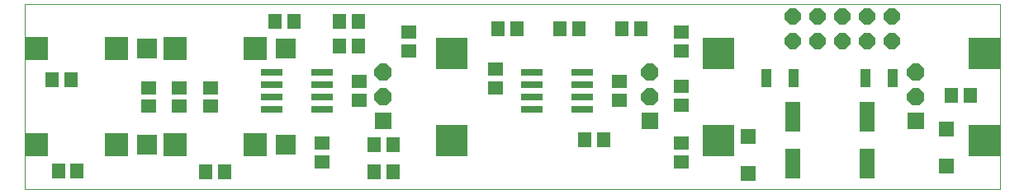
<source format=gts>
G75*
%MOIN*%
%OFA0B0*%
%FSLAX24Y24*%
%IPPOS*%
%LPD*%
%AMOC8*
5,1,8,0,0,1.08239X$1,22.5*
%
%ADD10C,0.0000*%
%ADD11R,0.0631X0.0552*%
%ADD12R,0.0552X0.0631*%
%ADD13R,0.0700X0.0700*%
%ADD14OC8,0.0700*%
%ADD15R,0.1267X0.1267*%
%ADD16R,0.0955X0.0955*%
%ADD17R,0.0837X0.0837*%
%ADD18OC8,0.0640*%
%ADD19R,0.0591X0.1221*%
%ADD20R,0.0906X0.0276*%
%ADD21R,0.0434X0.0749*%
%ADD22R,0.0591X0.0591*%
D10*
X001160Y002930D02*
X001160Y010430D01*
X040530Y010430D01*
X040530Y002930D01*
X001160Y002930D01*
D11*
X006160Y006306D03*
X007410Y006306D03*
X008660Y006306D03*
X008660Y007054D03*
X007410Y007054D03*
X006160Y007054D03*
X013160Y004804D03*
X013160Y004056D03*
X014660Y006556D03*
X014660Y007304D03*
X016660Y008556D03*
X016660Y009304D03*
X020160Y007804D03*
X020160Y007056D03*
X025160Y007304D03*
X027660Y007104D03*
X025160Y006556D03*
X027660Y006356D03*
X027660Y004804D03*
X027660Y004056D03*
X027660Y008556D03*
X027660Y009304D03*
D12*
X026034Y009430D03*
X025286Y009430D03*
X023534Y009430D03*
X022786Y009430D03*
X021034Y009430D03*
X020286Y009430D03*
X014634Y009730D03*
X013886Y009730D03*
X012034Y009730D03*
X011286Y009730D03*
X013886Y008730D03*
X014634Y008730D03*
X003034Y007380D03*
X002286Y007380D03*
X002536Y003680D03*
X003284Y003680D03*
X008486Y003630D03*
X009234Y003630D03*
X015286Y003630D03*
X016034Y003630D03*
X016034Y004730D03*
X015286Y004730D03*
X023786Y004930D03*
X024534Y004930D03*
X038586Y006730D03*
X039334Y006730D03*
D13*
X037154Y005696D03*
X026404Y005696D03*
X015654Y005696D03*
D14*
X015654Y006680D03*
X015654Y007664D03*
X026404Y007664D03*
X026404Y006680D03*
X037154Y006680D03*
X037154Y007664D03*
D15*
X039910Y008452D03*
X029160Y008452D03*
X018410Y008452D03*
X018410Y004908D03*
X029160Y004908D03*
X039910Y004908D03*
D16*
X010491Y004730D03*
X007254Y004730D03*
X004891Y004730D03*
X001654Y004730D03*
X001654Y008630D03*
X004891Y008630D03*
X007254Y008630D03*
X010491Y008630D03*
D17*
X011711Y008630D03*
X006111Y008630D03*
X006111Y004730D03*
X011711Y004730D03*
D18*
X032160Y008930D03*
X033160Y008930D03*
X034160Y008930D03*
X035160Y008930D03*
X036160Y008930D03*
X036160Y009930D03*
X035160Y009930D03*
X034160Y009930D03*
X033160Y009930D03*
X032160Y009930D03*
D19*
X032160Y005875D03*
X035160Y005875D03*
X035160Y003985D03*
X032160Y003985D03*
D20*
X023684Y006180D03*
X023684Y006680D03*
X023684Y007180D03*
X023684Y007680D03*
X021636Y007680D03*
X021636Y007180D03*
X021636Y006680D03*
X021636Y006180D03*
X013184Y006180D03*
X013184Y006680D03*
X013184Y007180D03*
X013184Y007680D03*
X011136Y007680D03*
X011136Y007180D03*
X011136Y006680D03*
X011136Y006180D03*
D21*
X031109Y007430D03*
X032211Y007430D03*
X035109Y007430D03*
X036211Y007430D03*
D22*
X038360Y005378D03*
X038360Y003882D03*
X030360Y003582D03*
X030360Y005078D03*
M02*

</source>
